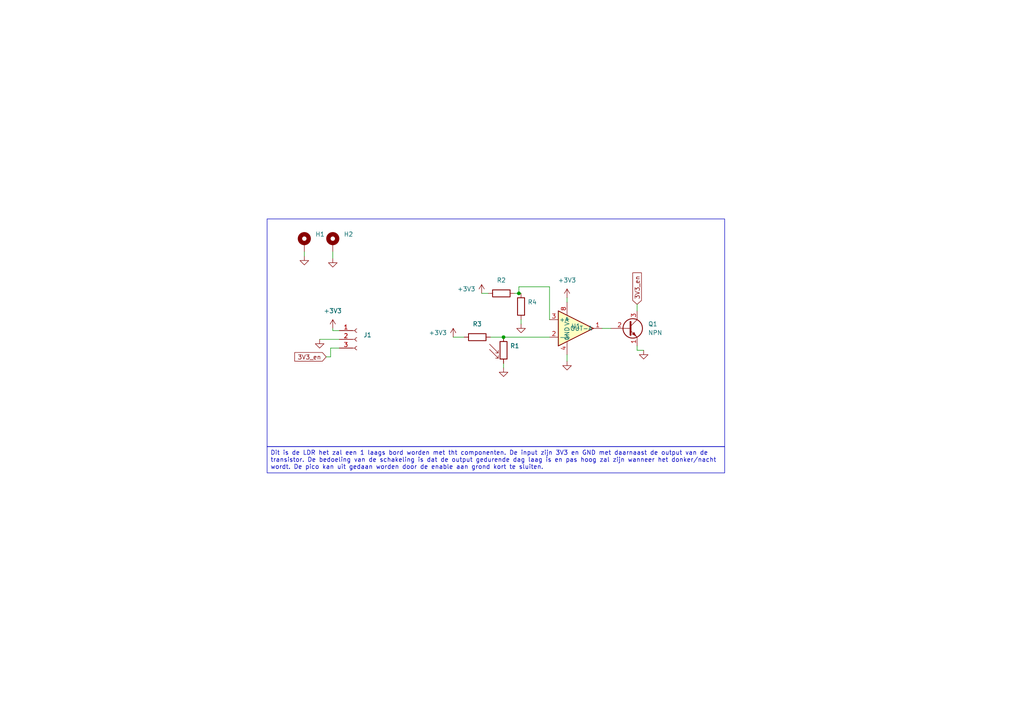
<source format=kicad_sch>
(kicad_sch (version 20230121) (generator eeschema)
  (paper "A4")
  (title_block (comment 1 "kjlhlkhlkj"))
  (lib_symbols
    (symbol "Connector:Conn_01x03_Socket" (pin_names (offset 1.016) hide)
      (property "Reference" "J" (at 0 5.08 0))
      (property "Value" "Conn_01x03_Socket" (at 0 -5.08 0))
      (symbol "Conn_01x03_Socket_1_1"
        (arc (start 0 -2.032) (mid -0.5058 -2.54) (end 0 -3.048) (stroke (width 0.1524)))
        (polyline (pts (xy -1.27 -2.54) (xy -0.508 -2.54)) (stroke (width 0.1524)))
        (polyline (pts (xy -1.27 0) (xy -0.508 0)) (stroke (width 0.1524)))
        (polyline (pts (xy -1.27 2.54) (xy -0.508 2.54)) (stroke (width 0.1524)))
        (arc (start 0 0.508) (mid -0.5058 0) (end 0 -0.508) (stroke (width 0.1524)))
        (arc (start 0 3.048) (mid -0.5058 2.54) (end 0 2.032) (stroke (width 0.1524)))
        (pin passive line (at -5.08 2.54 0) (length 3.81) (name "Pin_1") (number "1"))
        (pin passive line (at -5.08 0 0) (length 3.81) (name "Pin_2") (number "2"))
        (pin passive line (at -5.08 -2.54 0) (length 3.81) (name "Pin_3") (number "3"))
      )
    )
    (symbol "Device:R" (pin_numbers hide) (pin_names (offset 0))
      (property "Reference" "R" (at 2.032 0 90))
      (property "Value" "R" (at 0 0 90))
      (symbol "R_0_1"
        (rectangle (start -1.016 -2.54) (end 1.016 2.54) (stroke (width 0.254)))
      )
      (symbol "R_1_1"
        (pin passive line (at 0 3.81 270) (length 1.27) (name "~") (number "1"))
        (pin passive line (at 0 -3.81 90) (length 1.27) (name "~") (number "2"))
      )
    )
    (symbol "Device:R_Photo" (pin_numbers hide) (pin_names (offset 0))
      (property "Reference" "R" (at 1.27 1.27 0))
      (property "Value" "R_Photo" (at 1.27 0 0))
      (symbol "R_Photo_0_1"
        (rectangle (start -1.016 2.54) (end 1.016 -2.54) (stroke (width 0.254)))
        (polyline (pts (xy -1.524 -2.286) (xy -4.064 0.254)))
        (polyline (pts (xy -1.524 -2.286) (xy -2.286 -2.286)))
        (polyline (pts (xy -1.524 -2.286) (xy -1.524 -1.524)))
        (polyline (pts (xy -1.524 -0.762) (xy -4.064 1.778)))
        (polyline (pts (xy -1.524 -0.762) (xy -2.286 -0.762)))
        (polyline (pts (xy -1.524 -0.762) (xy -1.524 0)))
      )
      (symbol "R_Photo_1_1"
        (pin passive line (at 0 3.81 270) (length 1.27) (name "~") (number "1"))
        (pin passive line (at 0 -3.81 90) (length 1.27) (name "~") (number "2"))
      )
    )
    (symbol "Mechanical:MountingHole_Pad" (pin_numbers hide) (pin_names (offset 1.016) hide)
      (property "Reference" "H" (at 0 6.35 0))
      (property "Value" "MountingHole_Pad" (at 0 4.445 0))
      (symbol "MountingHole_Pad_0_1"
        (circle (center 0 1.27) (radius 1.27) (stroke (width 1.27)))
      )
      (symbol "MountingHole_Pad_1_1"
        (pin input line (at 0 -2.54 90) (length 2.54) (name "1") (number "1"))
      )
    )
    (symbol "Simulation_SPICE:OPAMP" (pin_names (offset 0.254))
      (property "Reference" "U1" (at 0 0.635 0))
      (symbol "OPAMP_0_1"
        (polyline (pts (xy 5.08 0) (xy -5.08 5.08) (xy -5.08 -5.08) (xy 5.08 0)) (stroke (width 0.254)) (fill (type background)))
      )
      (symbol "OPAMP_1_1"
        (pin output line (at 7.62 0 180) (length 2.54) (name "OUT-A") (number "1"))
        (pin input line (at -7.62 -2.54 0) (length 2.54) (name "-A") (number "2"))
        (pin input line (at -7.62 2.54 0) (length 2.54) (name "+A") (number "3"))
        (pin power_in line (at -2.54 -7.62 90) (length 3.81) (name "GND") (number "4"))
        (pin power_in line (at -2.54 7.62 270) (length 3.81) (name "V+") (number "8"))
      )
    )
    (symbol "Transistor_BJT:PN2222A" (pin_names (offset 0) hide)
      (property "Reference" "Q" (at 5.08 1.905 0))
      (property "Value" "PN2222A" (at 5.08 0 0))
      (symbol "PN2222A_0_1"
        (polyline (pts (xy 0 0) (xy 0.635 0)))
        (polyline (pts (xy 2.54 -2.54) (xy 0.635 -0.635)))
        (polyline (pts (xy 2.54 2.54) (xy 0.635 0.635)))
        (polyline (pts (xy 0.635 1.905) (xy 0.635 -1.905) (xy 0.635 -1.905)) (stroke (width 0.508)))
        (polyline (pts (xy 2.413 -2.413) (xy 1.905 -1.905) (xy 1.905 -1.905)))
        (polyline (pts (xy 1.143 -1.651) (xy 1.651 -1.143) (xy 2.159 -2.159) (xy 1.143 -1.651) (xy 1.143 -1.651)) (fill (type outline)))
        (circle (center 1.27 0) (radius 2.8194) (stroke (width 0.254)))
      )
      (symbol "PN2222A_1_1"
        (pin passive line (at 2.54 -5.08 90) (length 2.54) (name "E") (number "1"))
        (pin input line (at -5.08 0 0) (length 5.08) (name "B") (number "2"))
        (pin passive line (at 2.54 5.08 270) (length 2.54) (name "C") (number "3"))
      )
    )
    (symbol "power:+3V3" (power) (pin_names (offset 0))
      (property "Value" "+3V3" (at 0 3.556 0))
      (symbol "+3V3_0_1"
        (polyline (pts (xy -0.762 1.27) (xy 0 2.54)))
        (polyline (pts (xy 0 0) (xy 0 2.54)))
        (polyline (pts (xy 0 2.54) (xy 0.762 1.27)))
      )
      (symbol "+3V3_1_1"
        (pin power_in line (at 0 0 90) (length 0) hide (name "+3V3") (number "1"))
      )
    )
    (symbol "power:GND" (power) (pin_names (offset 0))
      (property "Value" "GND" (at 0 -3.81 0))
      (symbol "GND_0_1"
        (polyline (pts (xy 0 0) (xy 0 -1.27) (xy 1.27 -1.27) (xy 0 -2.54) (xy -1.27 -1.27) (xy 0 -1.27)))
      )
      (symbol "GND_1_1"
        (pin power_in line (at 0 0 270) (length 0) hide (name "GND") (number "1"))
      )
    )
  )
  (junction (at 150.495 85.09))
  (junction (at 146.05 97.79))
  (wire (pts (xy 95.885 100.965) (xy 95.885 103.505)))
  (wire (pts (xy 149.225 85.09) (xy 150.495 85.09)))
  (wire (pts (xy 159.385 92.71) (xy 159.385 83.185)))
  (wire (pts (xy 96.52 73.025) (xy 96.52 74.93)))
  (wire (pts (xy 184.785 88.265) (xy 184.785 90.17)))
  (wire (pts (xy 98.425 100.965) (xy 95.885 100.965)))
  (wire (pts (xy 142.24 97.79) (xy 146.05 97.79)))
  (wire (pts (xy 146.05 105.41) (xy 146.05 106.68)))
  (wire (pts (xy 184.785 101.6) (xy 186.69 101.6)))
  (wire (pts (xy 139.7 85.09) (xy 141.605 85.09)))
  (wire (pts (xy 96.52 95.885) (xy 96.52 95.25)))
  (wire (pts (xy 150.495 83.185) (xy 150.495 85.09)))
  (wire (pts (xy 159.385 83.185) (xy 150.495 83.185)))
  (wire (pts (xy 151.13 92.71) (xy 151.13 93.98)))
  (wire (pts (xy 146.05 97.79) (xy 159.385 97.79)))
  (wire (pts (xy 184.785 100.33) (xy 184.785 101.6)))
  (wire (pts (xy 164.465 102.87) (xy 164.465 104.775)))
  (wire (pts (xy 92.71 98.425) (xy 98.425 98.425)))
  (wire (pts (xy 150.495 85.09) (xy 151.13 85.09)))
  (wire (pts (xy 88.265 73.025) (xy 88.265 74.295)))
  (wire (pts (xy 95.885 103.505) (xy 94.615 103.505)))
  (wire (pts (xy 131.445 97.79) (xy 134.62 97.79)))
  (wire (pts (xy 174.625 95.25) (xy 177.165 95.25)))
  (wire (pts (xy 98.425 95.885) (xy 96.52 95.885)))
  (wire (pts (xy 164.465 86.36) (xy 164.465 87.63)))
  (rectangle (start 77.47 63.5) (end 210.185 129.54))
  (text_box "Dit is de LDR het zal een 1 laags bord worden met tht componenten. De input zijn 3V3 en GND met daarnaast de output van de transistor. De bedoeling van de schakeling is dat de output gedurende dag laag is en pas hoog zal zijn wanneer het donker/nacht wordt. De pico kan uit gedaan worden door de enable aan grond kort te sluiten." (at 77.47 129.54 0) (size 132.715 7.62) (effects (font (size 1.27 1.27)) (justify left top)))
  (global_label "3V3_en" (shape input) (at 94.615 103.505 180) (property "Intersheetrefs" "${INTERSHEET_REFS}" (effects hide)))
  (global_label "3V3_en" (shape input) (at 184.785 88.265 90) (property "Intersheetrefs" "${INTERSHEET_REFS}" (effects hide)))
  (symbol (lib_id "Device:R_Photo") (at 146.05 101.6 0) (unit 1)
    (property "Reference" "R1" (at 147.955 100.33 0) (effects (justify left)))
    (property "Value" "R_Photo" (effects hide))
    (property "Footprint" "Resistor_THT:R_Axial_DIN0204_L3.6mm_D1.6mm_P5.08mm_Horizontal" (effects hide))
  )
  (symbol (lib_id "power:+3V3") (at 139.7 85.09 0) (unit 1)
    (property "Reference" "#PWR08" (effects hide))
    (property "Value" "+3V3" (at 135.255 83.82 0))
  )
  (symbol (lib_id "power:+3V3") (at 131.445 97.79 0) (unit 1)
    (property "Reference" "#PWR09" (effects hide))
    (property "Value" "+3V3" (at 127 96.52 0))
  )
  (symbol (lib_id "power:GND") (at 88.265 74.295 0) (unit 1)
    (property "Reference" "#PWR010" (effects hide))
    (property "Value" "GND" (effects hide))
  )
  (symbol (lib_id "Device:R") (at 138.43 97.79 90) (unit 1)
    (property "Reference" "R3" (at 138.43 93.98 90))
    (property "Value" "R" (effects hide))
    (property "Footprint" "Resistor_THT:R_Axial_DIN0204_L3.6mm_D1.6mm_P5.08mm_Horizontal" (effects hide))
  )
  (symbol (lib_id "power:GND") (at 164.465 104.775 0) (unit 1)
    (property "Reference" "#PWR03" (effects hide))
    (property "Value" "GND" (effects hide))
  )
  (symbol (lib_id "Simulation_SPICE:OPAMP") (at 167.005 95.25 0) (unit 1)
    (property "Reference" "U1" (at 167.005 94.615 0))
    (property "Value" "${SIM.PARAMS}" (effects hide))
    (property "Footprint" "Package_DIP:DIP-8_W7.62mm" (effects hide))
    (property "Sim.Pins" "1=1 2=2 3=3 4=4 5=5" (effects hide))
    (property "Sim.Device" "SPICE" (effects hide))
    (property "Sim.Params" "type=\"X\" model=\"OPAMP\" lib=\"\"" (effects hide))
  )
  (symbol (lib_id "power:+3V3") (at 164.465 86.36 0) (unit 1)
    (property "Reference" "#PWR06" (effects hide))
    (property "Value" "+3V3" (at 164.465 81.28 0))
  )
  (symbol (lib_id "power:GND") (at 96.52 74.93 0) (unit 1)
    (property "Reference" "#PWR011" (effects hide))
    (property "Value" "GND" (effects hide))
  )
  (symbol (lib_id "power:GND") (at 151.13 93.98 0) (unit 1)
    (property "Reference" "#PWR02" (effects hide))
    (property "Value" "GND" (effects hide))
  )
  (symbol (lib_id "power:GND") (at 186.69 101.6 0) (unit 1)
    (property "Reference" "#PWR07" (effects hide))
    (property "Value" "GND" (effects hide))
  )
  (symbol (lib_id "Connector:Conn_01x03_Socket") (at 103.505 98.425 0) (unit 1)
    (property "Reference" "J1" (at 105.41 97.155 0) (effects (justify left)))
    (property "Value" "Conn_01x03_Socket" (effects hide))
    (property "Footprint" "Connector_PinSocket_2.00mm:PinSocket_1x03_P2.00mm_Vertical" (effects hide))
  )
  (symbol (lib_id "power:GND") (at 92.71 98.425 0) (unit 1)
    (property "Reference" "#PWR05" (effects hide))
    (property "Value" "GND" (effects hide))
  )
  (symbol (lib_id "power:+3V3") (at 96.52 95.25 0) (unit 1)
    (property "Reference" "#PWR04" (effects hide))
    (property "Value" "+3V3" (at 96.52 90.17 0))
  )
  (symbol (lib_id "Mechanical:MountingHole_Pad") (at 96.52 70.485 0) (unit 1)
    (property "Reference" "H2" (at 99.695 67.945 0) (effects (justify left)))
    (property "Value" "MountingHole_Pad" (effects hide))
    (property "Footprint" "MountingHole:MountingHole_2.2mm_M2_ISO14580_Pad" (effects hide))
  )
  (symbol (lib_id "Device:R") (at 151.13 88.9 0) (unit 1)
    (property "Reference" "R4" (at 153.035 87.63 0) (effects (justify left)))
    (property "Value" "R" (effects hide))
    (property "Footprint" "Resistor_THT:R_Axial_DIN0204_L3.6mm_D1.6mm_P5.08mm_Horizontal" (effects hide))
  )
  (symbol (lib_id "power:GND") (at 146.05 106.68 0) (unit 1)
    (property "Reference" "#PWR01" (effects hide))
    (property "Value" "GND" (effects hide))
  )
  (symbol (lib_id "Mechanical:MountingHole_Pad") (at 88.265 70.485 0) (unit 1)
    (property "Reference" "H1" (at 91.44 67.945 0) (effects (justify left)))
    (property "Value" "MountingHole_Pad" (effects hide))
    (property "Footprint" "MountingHole:MountingHole_2.2mm_M2_ISO14580_Pad" (effects hide))
  )
  (symbol (lib_id "Transistor_BJT:PN2222A") (at 182.245 95.25 0) (unit 1)
    (property "Reference" "Q1" (at 187.96 93.98 0) (effects (justify left)))
    (property "Value" "NPN" (at 187.96 96.52 0) (effects (justify left)))
    (property "Footprint" "Package_TO_SOT_THT:TO-92_Inline" (effects hide))
    (property "Datasheet" "https://www.onsemi.com/pub/Collateral/PN2222-D.PDF" (effects hide))
  )
  (symbol (lib_id "Device:R") (at 145.415 85.09 90) (unit 1)
    (property "Reference" "R2" (at 145.415 81.28 90))
    (property "Value" "R" (effects hide))
    (property "Footprint" "Resistor_THT:R_Axial_DIN0204_L3.6mm_D1.6mm_P5.08mm_Horizontal" (effects hide))
  )
)
</source>
